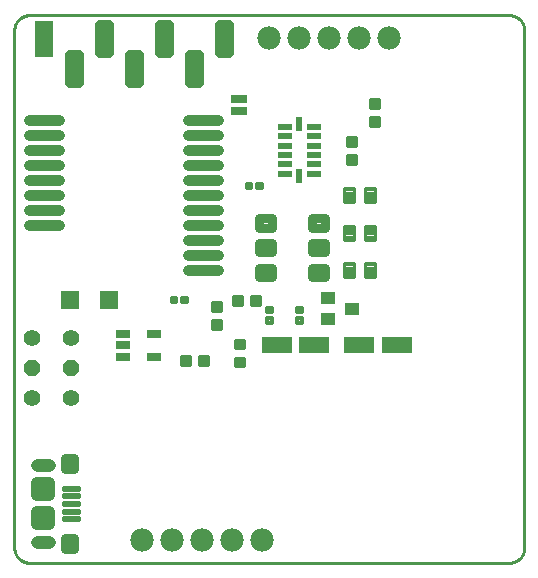
<source format=gts>
G75*
%MOIN*%
%OFA0B0*%
%FSLAX25Y25*%
%IPPOS*%
%LPD*%
%AMOC8*
5,1,8,0,0,1.08239X$1,22.5*
%
%ADD10C,0.01000*%
%ADD11R,0.10400X0.05400*%
%ADD12C,0.01450*%
%ADD13C,0.03153*%
%ADD14R,0.05900X0.05900*%
%ADD15C,0.00850*%
%ADD16C,0.03200*%
%ADD17R,0.06400X0.12400*%
%ADD18C,0.07800*%
%ADD19C,0.01100*%
%ADD20C,0.00975*%
%ADD21R,0.05400X0.02900*%
%ADD22C,0.03600*%
%ADD23R,0.04900X0.04400*%
%ADD24R,0.05124X0.02369*%
%ADD25R,0.02369X0.05124*%
%ADD26R,0.05124X0.03117*%
%ADD27C,0.04400*%
%ADD28C,0.00987*%
%ADD29C,0.02956*%
%ADD30C,0.03940*%
%ADD31OC8,0.05600*%
%ADD32C,0.05600*%
D10*
X0008238Y0006500D02*
X0008238Y0179000D01*
X0008240Y0179140D01*
X0008246Y0179280D01*
X0008256Y0179420D01*
X0008269Y0179560D01*
X0008287Y0179699D01*
X0008309Y0179838D01*
X0008334Y0179975D01*
X0008363Y0180113D01*
X0008396Y0180249D01*
X0008433Y0180384D01*
X0008474Y0180518D01*
X0008519Y0180651D01*
X0008567Y0180783D01*
X0008619Y0180913D01*
X0008674Y0181042D01*
X0008733Y0181169D01*
X0008796Y0181295D01*
X0008862Y0181419D01*
X0008931Y0181540D01*
X0009004Y0181660D01*
X0009081Y0181778D01*
X0009160Y0181893D01*
X0009243Y0182007D01*
X0009329Y0182117D01*
X0009418Y0182226D01*
X0009510Y0182332D01*
X0009605Y0182435D01*
X0009702Y0182536D01*
X0009803Y0182633D01*
X0009906Y0182728D01*
X0010012Y0182820D01*
X0010121Y0182909D01*
X0010231Y0182995D01*
X0010345Y0183078D01*
X0010460Y0183157D01*
X0010578Y0183234D01*
X0010698Y0183307D01*
X0010819Y0183376D01*
X0010943Y0183442D01*
X0011069Y0183505D01*
X0011196Y0183564D01*
X0011325Y0183619D01*
X0011455Y0183671D01*
X0011587Y0183719D01*
X0011720Y0183764D01*
X0011854Y0183805D01*
X0011989Y0183842D01*
X0012125Y0183875D01*
X0012263Y0183904D01*
X0012400Y0183929D01*
X0012539Y0183951D01*
X0012678Y0183969D01*
X0012818Y0183982D01*
X0012958Y0183992D01*
X0013098Y0183998D01*
X0013238Y0184000D01*
X0173238Y0184000D01*
X0173378Y0183998D01*
X0173518Y0183992D01*
X0173658Y0183982D01*
X0173798Y0183969D01*
X0173937Y0183951D01*
X0174076Y0183929D01*
X0174213Y0183904D01*
X0174351Y0183875D01*
X0174487Y0183842D01*
X0174622Y0183805D01*
X0174756Y0183764D01*
X0174889Y0183719D01*
X0175021Y0183671D01*
X0175151Y0183619D01*
X0175280Y0183564D01*
X0175407Y0183505D01*
X0175533Y0183442D01*
X0175657Y0183376D01*
X0175778Y0183307D01*
X0175898Y0183234D01*
X0176016Y0183157D01*
X0176131Y0183078D01*
X0176245Y0182995D01*
X0176355Y0182909D01*
X0176464Y0182820D01*
X0176570Y0182728D01*
X0176673Y0182633D01*
X0176774Y0182536D01*
X0176871Y0182435D01*
X0176966Y0182332D01*
X0177058Y0182226D01*
X0177147Y0182117D01*
X0177233Y0182007D01*
X0177316Y0181893D01*
X0177395Y0181778D01*
X0177472Y0181660D01*
X0177545Y0181540D01*
X0177614Y0181419D01*
X0177680Y0181295D01*
X0177743Y0181169D01*
X0177802Y0181042D01*
X0177857Y0180913D01*
X0177909Y0180783D01*
X0177957Y0180651D01*
X0178002Y0180518D01*
X0178043Y0180384D01*
X0178080Y0180249D01*
X0178113Y0180113D01*
X0178142Y0179975D01*
X0178167Y0179838D01*
X0178189Y0179699D01*
X0178207Y0179560D01*
X0178220Y0179420D01*
X0178230Y0179280D01*
X0178236Y0179140D01*
X0178238Y0179000D01*
X0178238Y0006500D01*
X0178236Y0006360D01*
X0178230Y0006220D01*
X0178220Y0006080D01*
X0178207Y0005940D01*
X0178189Y0005801D01*
X0178167Y0005662D01*
X0178142Y0005525D01*
X0178113Y0005387D01*
X0178080Y0005251D01*
X0178043Y0005116D01*
X0178002Y0004982D01*
X0177957Y0004849D01*
X0177909Y0004717D01*
X0177857Y0004587D01*
X0177802Y0004458D01*
X0177743Y0004331D01*
X0177680Y0004205D01*
X0177614Y0004081D01*
X0177545Y0003960D01*
X0177472Y0003840D01*
X0177395Y0003722D01*
X0177316Y0003607D01*
X0177233Y0003493D01*
X0177147Y0003383D01*
X0177058Y0003274D01*
X0176966Y0003168D01*
X0176871Y0003065D01*
X0176774Y0002964D01*
X0176673Y0002867D01*
X0176570Y0002772D01*
X0176464Y0002680D01*
X0176355Y0002591D01*
X0176245Y0002505D01*
X0176131Y0002422D01*
X0176016Y0002343D01*
X0175898Y0002266D01*
X0175778Y0002193D01*
X0175657Y0002124D01*
X0175533Y0002058D01*
X0175407Y0001995D01*
X0175280Y0001936D01*
X0175151Y0001881D01*
X0175021Y0001829D01*
X0174889Y0001781D01*
X0174756Y0001736D01*
X0174622Y0001695D01*
X0174487Y0001658D01*
X0174351Y0001625D01*
X0174213Y0001596D01*
X0174076Y0001571D01*
X0173937Y0001549D01*
X0173798Y0001531D01*
X0173658Y0001518D01*
X0173518Y0001508D01*
X0173378Y0001502D01*
X0173238Y0001500D01*
X0013238Y0001500D01*
X0013098Y0001502D01*
X0012958Y0001508D01*
X0012818Y0001518D01*
X0012678Y0001531D01*
X0012539Y0001549D01*
X0012400Y0001571D01*
X0012263Y0001596D01*
X0012125Y0001625D01*
X0011989Y0001658D01*
X0011854Y0001695D01*
X0011720Y0001736D01*
X0011587Y0001781D01*
X0011455Y0001829D01*
X0011325Y0001881D01*
X0011196Y0001936D01*
X0011069Y0001995D01*
X0010943Y0002058D01*
X0010819Y0002124D01*
X0010698Y0002193D01*
X0010578Y0002266D01*
X0010460Y0002343D01*
X0010345Y0002422D01*
X0010231Y0002505D01*
X0010121Y0002591D01*
X0010012Y0002680D01*
X0009906Y0002772D01*
X0009803Y0002867D01*
X0009702Y0002964D01*
X0009605Y0003065D01*
X0009510Y0003168D01*
X0009418Y0003274D01*
X0009329Y0003383D01*
X0009243Y0003493D01*
X0009160Y0003607D01*
X0009081Y0003722D01*
X0009004Y0003840D01*
X0008931Y0003960D01*
X0008862Y0004081D01*
X0008796Y0004205D01*
X0008733Y0004331D01*
X0008674Y0004458D01*
X0008619Y0004587D01*
X0008567Y0004717D01*
X0008519Y0004849D01*
X0008474Y0004982D01*
X0008433Y0005116D01*
X0008396Y0005251D01*
X0008363Y0005387D01*
X0008334Y0005525D01*
X0008309Y0005662D01*
X0008287Y0005801D01*
X0008269Y0005940D01*
X0008256Y0006080D01*
X0008246Y0006220D01*
X0008240Y0006360D01*
X0008238Y0006500D01*
D11*
X0095738Y0074000D03*
X0108238Y0074000D03*
X0123238Y0074000D03*
X0135738Y0074000D03*
D12*
X0102513Y0081525D02*
X0102513Y0082975D01*
X0103963Y0082975D01*
X0103963Y0081525D01*
X0102513Y0081525D01*
X0102513Y0082974D02*
X0103963Y0082974D01*
X0102513Y0085025D02*
X0102513Y0086475D01*
X0103963Y0086475D01*
X0103963Y0085025D01*
X0102513Y0085025D01*
X0102513Y0086474D02*
X0103963Y0086474D01*
X0092513Y0086475D02*
X0092513Y0085025D01*
X0092513Y0086475D02*
X0093963Y0086475D01*
X0093963Y0085025D01*
X0092513Y0085025D01*
X0092513Y0086474D02*
X0093963Y0086474D01*
X0092513Y0082975D02*
X0092513Y0081525D01*
X0092513Y0082975D02*
X0093963Y0082975D01*
X0093963Y0081525D01*
X0092513Y0081525D01*
X0092513Y0082974D02*
X0093963Y0082974D01*
X0065713Y0089725D02*
X0064263Y0089725D01*
X0065713Y0089725D02*
X0065713Y0088275D01*
X0064263Y0088275D01*
X0064263Y0089725D01*
X0064263Y0089724D02*
X0065713Y0089724D01*
X0062213Y0089725D02*
X0060763Y0089725D01*
X0062213Y0089725D02*
X0062213Y0088275D01*
X0060763Y0088275D01*
X0060763Y0089725D01*
X0060763Y0089724D02*
X0062213Y0089724D01*
X0085763Y0127725D02*
X0087213Y0127725D01*
X0087213Y0126275D01*
X0085763Y0126275D01*
X0085763Y0127725D01*
X0085763Y0127724D02*
X0087213Y0127724D01*
X0089263Y0127725D02*
X0090713Y0127725D01*
X0090713Y0126275D01*
X0089263Y0126275D01*
X0089263Y0127725D01*
X0089263Y0127724D02*
X0090713Y0127724D01*
D13*
X0089713Y0116345D02*
X0094047Y0116345D01*
X0094047Y0113191D01*
X0089713Y0113191D01*
X0089713Y0116345D01*
X0089713Y0116343D02*
X0094047Y0116343D01*
X0094047Y0108077D02*
X0089713Y0108077D01*
X0094047Y0108077D02*
X0094047Y0104923D01*
X0089713Y0104923D01*
X0089713Y0108077D01*
X0089713Y0108075D02*
X0094047Y0108075D01*
X0094047Y0099809D02*
X0089713Y0099809D01*
X0094047Y0099809D02*
X0094047Y0096655D01*
X0089713Y0096655D01*
X0089713Y0099809D01*
X0089713Y0099807D02*
X0094047Y0099807D01*
X0107429Y0099809D02*
X0111763Y0099809D01*
X0111763Y0096655D01*
X0107429Y0096655D01*
X0107429Y0099809D01*
X0107429Y0099807D02*
X0111763Y0099807D01*
X0111763Y0108077D02*
X0107429Y0108077D01*
X0111763Y0108077D02*
X0111763Y0104923D01*
X0107429Y0104923D01*
X0107429Y0108077D01*
X0107429Y0108075D02*
X0111763Y0108075D01*
X0111763Y0116345D02*
X0107429Y0116345D01*
X0111763Y0116345D02*
X0111763Y0113191D01*
X0107429Y0113191D01*
X0107429Y0116345D01*
X0107429Y0116343D02*
X0111763Y0116343D01*
D14*
X0039738Y0089000D03*
X0026738Y0089000D03*
D15*
X0084763Y0075775D02*
X0084763Y0073225D01*
X0081713Y0073225D01*
X0081713Y0075775D01*
X0084763Y0075775D01*
X0084763Y0074074D02*
X0081713Y0074074D01*
X0081713Y0074923D02*
X0084763Y0074923D01*
X0084763Y0075772D02*
X0081713Y0075772D01*
X0084763Y0069775D02*
X0084763Y0067225D01*
X0081713Y0067225D01*
X0081713Y0069775D01*
X0084763Y0069775D01*
X0084763Y0068074D02*
X0081713Y0068074D01*
X0081713Y0068923D02*
X0084763Y0068923D01*
X0084763Y0069772D02*
X0081713Y0069772D01*
D16*
X0069838Y0161526D02*
X0069838Y0170726D01*
X0069838Y0161526D02*
X0066638Y0161526D01*
X0066638Y0170726D01*
X0069838Y0170726D01*
X0069838Y0164725D02*
X0066638Y0164725D01*
X0066638Y0167924D02*
X0069838Y0167924D01*
X0079838Y0171526D02*
X0079838Y0180726D01*
X0079838Y0171526D02*
X0076638Y0171526D01*
X0076638Y0180726D01*
X0079838Y0180726D01*
X0079838Y0174725D02*
X0076638Y0174725D01*
X0076638Y0177924D02*
X0079838Y0177924D01*
X0059838Y0180726D02*
X0059838Y0171526D01*
X0056638Y0171526D01*
X0056638Y0180726D01*
X0059838Y0180726D01*
X0059838Y0174725D02*
X0056638Y0174725D01*
X0056638Y0177924D02*
X0059838Y0177924D01*
X0049838Y0170726D02*
X0049838Y0161526D01*
X0046638Y0161526D01*
X0046638Y0170726D01*
X0049838Y0170726D01*
X0049838Y0164725D02*
X0046638Y0164725D01*
X0046638Y0167924D02*
X0049838Y0167924D01*
X0039838Y0171526D02*
X0039838Y0180726D01*
X0039838Y0171526D02*
X0036638Y0171526D01*
X0036638Y0180726D01*
X0039838Y0180726D01*
X0039838Y0174725D02*
X0036638Y0174725D01*
X0036638Y0177924D02*
X0039838Y0177924D01*
X0029838Y0170726D02*
X0029838Y0161526D01*
X0026638Y0161526D01*
X0026638Y0170726D01*
X0029838Y0170726D01*
X0029838Y0164725D02*
X0026638Y0164725D01*
X0026638Y0167924D02*
X0029838Y0167924D01*
D17*
X0018238Y0176126D03*
D18*
X0093238Y0176500D03*
X0103238Y0176500D03*
X0113238Y0176500D03*
X0123238Y0176500D03*
X0133238Y0176500D03*
X0090738Y0009000D03*
X0080738Y0009000D03*
X0070738Y0009000D03*
X0060738Y0009000D03*
X0050738Y0009000D03*
D19*
X0118088Y0096600D02*
X0121388Y0096600D01*
X0118088Y0096600D02*
X0118088Y0101400D01*
X0121388Y0101400D01*
X0121388Y0096600D01*
X0121388Y0097699D02*
X0118088Y0097699D01*
X0118088Y0098798D02*
X0121388Y0098798D01*
X0121388Y0099897D02*
X0118088Y0099897D01*
X0118088Y0100996D02*
X0121388Y0100996D01*
X0125088Y0096600D02*
X0128388Y0096600D01*
X0125088Y0096600D02*
X0125088Y0101400D01*
X0128388Y0101400D01*
X0128388Y0096600D01*
X0128388Y0097699D02*
X0125088Y0097699D01*
X0125088Y0098798D02*
X0128388Y0098798D01*
X0128388Y0099897D02*
X0125088Y0099897D01*
X0125088Y0100996D02*
X0128388Y0100996D01*
X0128388Y0109100D02*
X0125088Y0109100D01*
X0125088Y0113900D01*
X0128388Y0113900D01*
X0128388Y0109100D01*
X0128388Y0110199D02*
X0125088Y0110199D01*
X0125088Y0111298D02*
X0128388Y0111298D01*
X0128388Y0112397D02*
X0125088Y0112397D01*
X0125088Y0113496D02*
X0128388Y0113496D01*
X0121388Y0109100D02*
X0118088Y0109100D01*
X0118088Y0113900D01*
X0121388Y0113900D01*
X0121388Y0109100D01*
X0121388Y0110199D02*
X0118088Y0110199D01*
X0118088Y0111298D02*
X0121388Y0111298D01*
X0121388Y0112397D02*
X0118088Y0112397D01*
X0118088Y0113496D02*
X0121388Y0113496D01*
X0121388Y0121600D02*
X0118088Y0121600D01*
X0118088Y0126400D01*
X0121388Y0126400D01*
X0121388Y0121600D01*
X0121388Y0122699D02*
X0118088Y0122699D01*
X0118088Y0123798D02*
X0121388Y0123798D01*
X0121388Y0124897D02*
X0118088Y0124897D01*
X0118088Y0125996D02*
X0121388Y0125996D01*
X0125088Y0121600D02*
X0128388Y0121600D01*
X0125088Y0121600D02*
X0125088Y0126400D01*
X0128388Y0126400D01*
X0128388Y0121600D01*
X0128388Y0122699D02*
X0125088Y0122699D01*
X0125088Y0123798D02*
X0128388Y0123798D01*
X0128388Y0124897D02*
X0125088Y0124897D01*
X0125088Y0125996D02*
X0128388Y0125996D01*
D20*
X0119275Y0134537D02*
X0119275Y0137463D01*
X0122201Y0137463D01*
X0122201Y0134537D01*
X0119275Y0134537D01*
X0119275Y0135511D02*
X0122201Y0135511D01*
X0122201Y0136485D02*
X0119275Y0136485D01*
X0119275Y0137459D02*
X0122201Y0137459D01*
X0119275Y0140537D02*
X0119275Y0143463D01*
X0122201Y0143463D01*
X0122201Y0140537D01*
X0119275Y0140537D01*
X0119275Y0141511D02*
X0122201Y0141511D01*
X0122201Y0142485D02*
X0119275Y0142485D01*
X0119275Y0143459D02*
X0122201Y0143459D01*
X0129701Y0147037D02*
X0129701Y0149963D01*
X0129701Y0147037D02*
X0126775Y0147037D01*
X0126775Y0149963D01*
X0129701Y0149963D01*
X0129701Y0148011D02*
X0126775Y0148011D01*
X0126775Y0148985D02*
X0129701Y0148985D01*
X0129701Y0149959D02*
X0126775Y0149959D01*
X0129701Y0153037D02*
X0129701Y0155963D01*
X0129701Y0153037D02*
X0126775Y0153037D01*
X0126775Y0155963D01*
X0129701Y0155963D01*
X0129701Y0154011D02*
X0126775Y0154011D01*
X0126775Y0154985D02*
X0129701Y0154985D01*
X0129701Y0155959D02*
X0126775Y0155959D01*
X0090201Y0090463D02*
X0087275Y0090463D01*
X0090201Y0090463D02*
X0090201Y0087537D01*
X0087275Y0087537D01*
X0087275Y0090463D01*
X0087275Y0088511D02*
X0090201Y0088511D01*
X0090201Y0089485D02*
X0087275Y0089485D01*
X0087275Y0090459D02*
X0090201Y0090459D01*
X0084201Y0090463D02*
X0081275Y0090463D01*
X0084201Y0090463D02*
X0084201Y0087537D01*
X0081275Y0087537D01*
X0081275Y0090463D01*
X0081275Y0088511D02*
X0084201Y0088511D01*
X0084201Y0089485D02*
X0081275Y0089485D01*
X0081275Y0090459D02*
X0084201Y0090459D01*
X0074275Y0088463D02*
X0074275Y0085537D01*
X0074275Y0088463D02*
X0077201Y0088463D01*
X0077201Y0085537D01*
X0074275Y0085537D01*
X0074275Y0086511D02*
X0077201Y0086511D01*
X0077201Y0087485D02*
X0074275Y0087485D01*
X0074275Y0088459D02*
X0077201Y0088459D01*
X0074275Y0082463D02*
X0074275Y0079537D01*
X0074275Y0082463D02*
X0077201Y0082463D01*
X0077201Y0079537D01*
X0074275Y0079537D01*
X0074275Y0080511D02*
X0077201Y0080511D01*
X0077201Y0081485D02*
X0074275Y0081485D01*
X0074275Y0082459D02*
X0077201Y0082459D01*
X0072701Y0067537D02*
X0069775Y0067537D01*
X0069775Y0070463D01*
X0072701Y0070463D01*
X0072701Y0067537D01*
X0072701Y0068511D02*
X0069775Y0068511D01*
X0069775Y0069485D02*
X0072701Y0069485D01*
X0072701Y0070459D02*
X0069775Y0070459D01*
X0066701Y0067537D02*
X0063775Y0067537D01*
X0063775Y0070463D01*
X0066701Y0070463D01*
X0066701Y0067537D01*
X0066701Y0068511D02*
X0063775Y0068511D01*
X0063775Y0069485D02*
X0066701Y0069485D01*
X0066701Y0070459D02*
X0063775Y0070459D01*
D21*
X0083238Y0152000D03*
X0083238Y0156000D03*
D22*
X0076038Y0149100D02*
X0066038Y0149100D01*
X0066038Y0144100D02*
X0076038Y0144100D01*
X0076038Y0139100D02*
X0066038Y0139100D01*
X0066038Y0134100D02*
X0076038Y0134100D01*
X0076038Y0129100D02*
X0066038Y0129100D01*
X0066038Y0124100D02*
X0076038Y0124100D01*
X0076038Y0119100D02*
X0066038Y0119100D01*
X0066038Y0114100D02*
X0076038Y0114100D01*
X0076038Y0109100D02*
X0066038Y0109100D01*
X0066038Y0104100D02*
X0076038Y0104100D01*
X0076038Y0099100D02*
X0066038Y0099100D01*
X0023238Y0114000D02*
X0013238Y0114000D01*
X0013238Y0119000D02*
X0023238Y0119000D01*
X0023238Y0124000D02*
X0013238Y0124000D01*
X0013238Y0129000D02*
X0023238Y0129000D01*
X0023238Y0134000D02*
X0013238Y0134000D01*
X0013238Y0139000D02*
X0023238Y0139000D01*
X0023238Y0144000D02*
X0013238Y0144000D01*
X0013238Y0149000D02*
X0023238Y0149000D01*
D23*
X0112801Y0089626D03*
X0112801Y0082626D03*
X0120801Y0086126D03*
D24*
X0107963Y0131126D03*
X0107963Y0134276D03*
X0107963Y0137425D03*
X0107963Y0140575D03*
X0107963Y0143724D03*
X0107963Y0146874D03*
X0098514Y0146874D03*
X0098514Y0143724D03*
X0098514Y0140575D03*
X0098514Y0137425D03*
X0098514Y0134276D03*
X0098514Y0131126D03*
D25*
X0103238Y0130339D03*
X0103238Y0147661D03*
D26*
X0054676Y0077720D03*
X0054676Y0070240D03*
X0044439Y0070240D03*
X0044439Y0073980D03*
X0044439Y0077720D03*
D27*
X0019707Y0034242D02*
X0015707Y0034242D01*
X0015707Y0008258D02*
X0019707Y0008258D01*
D28*
X0029914Y0015638D02*
X0029914Y0016626D01*
X0029914Y0015638D02*
X0024594Y0015638D01*
X0024594Y0016626D01*
X0029914Y0016626D01*
X0029914Y0016624D02*
X0024594Y0016624D01*
X0029914Y0018197D02*
X0029914Y0019185D01*
X0029914Y0018197D02*
X0024594Y0018197D01*
X0024594Y0019185D01*
X0029914Y0019185D01*
X0029914Y0019183D02*
X0024594Y0019183D01*
X0029914Y0020756D02*
X0029914Y0021744D01*
X0029914Y0020756D02*
X0024594Y0020756D01*
X0024594Y0021744D01*
X0029914Y0021744D01*
X0029914Y0021742D02*
X0024594Y0021742D01*
X0029914Y0023315D02*
X0029914Y0024303D01*
X0029914Y0023315D02*
X0024594Y0023315D01*
X0024594Y0024303D01*
X0029914Y0024303D01*
X0029914Y0024301D02*
X0024594Y0024301D01*
X0029914Y0025874D02*
X0029914Y0026862D01*
X0029914Y0025874D02*
X0024594Y0025874D01*
X0024594Y0026862D01*
X0029914Y0026862D01*
X0029914Y0026860D02*
X0024594Y0026860D01*
D29*
X0025079Y0032765D02*
X0028035Y0032765D01*
X0025079Y0032765D02*
X0025079Y0036507D01*
X0028035Y0036507D01*
X0028035Y0032765D01*
X0028035Y0035720D02*
X0025079Y0035720D01*
X0025079Y0005993D02*
X0028035Y0005993D01*
X0025079Y0005993D02*
X0025079Y0009735D01*
X0028035Y0009735D01*
X0028035Y0005993D01*
X0028035Y0008948D02*
X0025079Y0008948D01*
D30*
X0015737Y0014556D02*
X0015737Y0018496D01*
X0019677Y0018496D01*
X0019677Y0014556D01*
X0015737Y0014556D01*
X0015737Y0018495D02*
X0019677Y0018495D01*
X0015737Y0024004D02*
X0015737Y0027944D01*
X0019677Y0027944D01*
X0019677Y0024004D01*
X0015737Y0024004D01*
X0015737Y0027943D02*
X0019677Y0027943D01*
D31*
X0014242Y0066500D03*
X0027234Y0066500D03*
D32*
X0027234Y0076500D03*
X0014242Y0076500D03*
X0014242Y0056500D03*
X0027234Y0056500D03*
M02*

</source>
